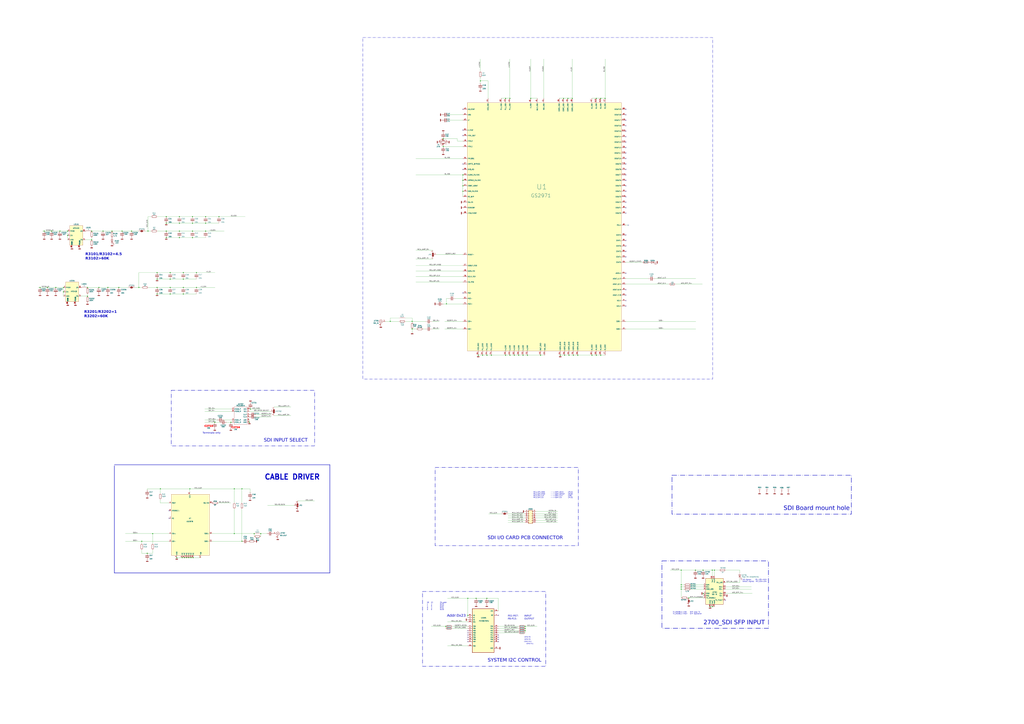
<source format=kicad_sch>
(kicad_sch (version 20230121) (generator eeschema)
  (paper "A0")
  (junction (at 280.924 628.904))
  (junction (at 197.612 341.63))
  (junction (at 64.77 334.01))
  (junction (at 692.404 412.75))
  (junction (at 238.76 268.478))
  (junction (at 592.074 412.75))
  (junction (at 130.048 268.478))
  (junction (at 272.034 620.014))
  (junction (at 78.486 273.558))
  (junction (at 790.956 662.432))
  (junction (at 597.154 412.75))
  (junction (at 687.324 412.75))
  (junction (at 78.486 268.478))
  (junction (at 69.596 268.478))
  (junction (at 280.924 567.944))
  (junction (at 289.56 490.601))
  (junction (at 182.372 341.63))
  (junction (at 220.472 567.944))
  (junction (at 193.04 276.098))
  (junction (at 670.814 412.75))
  (junction (at 208.28 251.714))
  (junction (at 197.612 324.358))
  (junction (at 697.484 412.75))
  (junction (at 829.564 662.432))
  (junction (at 565.404 412.75))
  (junction (at 659.384 114.3))
  (junction (at 552.831 695.198))
  (junction (at 161.2646 334.01))
  (junction (at 238.76 251.714))
  (junction (at 205.232 647.954))
  (junction (at 478.536 373.38))
  (junction (at 824.484 704.85))
  (junction (at 223.52 259.334))
  (junction (at 238.76 259.334))
  (junction (at 193.04 268.478))
  (junction (at 211.582 647.954))
  (junction (at 607.314 412.75))
  (junction (at 592.074 114.3))
  (junction (at 543.179 695.198))
  (junction (at 212.852 341.63))
  (junction (at 302.768 620.014))
  (junction (at 182.372 316.738))
  (junction (at 290.83 475.361))
  (junction (at 224.282 647.954))
  (junction (at 106.426 268.478))
  (junction (at 125.2474 334.01))
  (junction (at 295.148 620.014))
  (junction (at 114.808 334.01))
  (junction (at 197.612 316.738))
  (junction (at 816.356 662.432))
  (junction (at 221.742 647.954))
  (junction (at 272.034 567.944))
  (junction (at 170.942 642.874))
  (junction (at 514.604 170.18))
  (junction (at 660.654 412.75))
  (junction (at 665.734 412.75))
  (junction (at 453.136 373.38))
  (junction (at 650.494 412.75))
  (junction (at 223.52 268.478))
  (junction (at 627.634 412.75))
  (junction (at 254.254 251.714))
  (junction (at 586.994 114.3))
  (junction (at 537.464 222.25))
  (junction (at 208.28 268.478))
  (junction (at 106.426 278.638))
  (junction (at 790.956 684.53))
  (junction (at 186.182 567.944))
  (junction (at 816.864 689.61))
  (junction (at 55.118 334.01))
  (junction (at 214.122 647.954))
  (junction (at 827.024 662.432))
  (junction (at 171.831 268.478))
  (junction (at 197.612 334.01))
  (junction (at 208.28 276.098))
  (junction (at 790.956 679.45))
  (junction (at 557.784 93.98))
  (junction (at 602.234 412.75))
  (junction (at 697.484 114.3))
  (junction (at 555.244 412.75))
  (junction (at 101.6 334.01))
  (junction (at 517.525 727.71))
  (junction (at 51.308 268.478))
  (junction (at 249.428 490.601))
  (junction (at 609.854 730.25))
  (junction (at 137.9474 334.01))
  (junction (at 216.662 647.954))
  (junction (at 182.372 334.01))
  (junction (at 228.092 316.738))
  (junction (at 219.202 647.954))
  (junction (at 655.574 412.75))
  (junction (at 182.372 324.358))
  (junction (at 537.464 215.9))
  (junction (at 790.956 681.99))
  (junction (at 478.536 382.27))
  (junction (at 807.466 662.432))
  (junction (at 799.846 694.69))
  (junction (at 212.852 334.01))
  (junction (at 692.404 114.3))
  (junction (at 223.52 251.714))
  (junction (at 46.482 334.01))
  (junction (at 609.854 727.71))
  (junction (at 141.732 268.478))
  (junction (at 73.66 339.09))
  (junction (at 612.394 412.75))
  (junction (at 212.852 316.738))
  (junction (at 223.52 276.098))
  (junction (at 514.604 161.29))
  (junction (at 177.292 620.014))
  (junction (at 152.781 268.478))
  (junction (at 543.179 715.01))
  (junction (at 616.204 114.3))
  (junction (at 537.464 203.2))
  (junction (at 560.324 412.75))
  (junction (at 212.852 324.358))
  (junction (at 119.634 268.478))
  (junction (at 664.464 114.3))
  (junction (at 537.464 209.55))
  (junction (at 586.994 412.75))
  (junction (at 570.484 412.75))
  (junction (at 518.414 353.06))
  (junction (at 565.277 695.198))
  (junction (at 193.04 259.334))
  (junction (at 827.024 704.85))
  (junction (at 228.092 334.01))
  (junction (at 702.564 114.3))
  (junction (at 268.097 490.601))
  (junction (at 73.66 334.01))
  (junction (at 208.28 259.334))
  (junction (at 609.854 732.79))
  (junction (at 101.6 344.17))
  (junction (at 654.304 114.3))
  (junction (at 59.944 268.478))
  (junction (at 193.04 251.714))
  (junction (at 164.592 628.904))
  (no_connect (at 543.179 732.79))
  (no_connect (at 726.694 317.5))
  (no_connect (at 578.739 715.01))
  (no_connect (at 726.694 273.05))
  (no_connect (at 726.694 279.4))
  (no_connect (at 726.694 285.75))
  (no_connect (at 726.694 292.1))
  (no_connect (at 726.694 298.45))
  (no_connect (at 726.694 342.9))
  (no_connect (at 842.264 697.23))
  (no_connect (at 726.694 336.55))
  (no_connect (at 537.464 151.13))
  (no_connect (at 543.179 742.95))
  (no_connect (at 729.488 261.62))
  (no_connect (at 543.179 735.33))
  (no_connect (at 537.464 127))
  (no_connect (at 543.179 737.87))
  (no_connect (at 726.694 355.6))
  (no_connect (at 578.739 740.41))
  (no_connect (at 196.342 593.344))
  (no_connect (at 196.342 602.234))
  (no_connect (at 537.464 196.85))
  (no_connect (at 543.179 740.41))
  (no_connect (at 578.739 737.87))
  (no_connect (at 726.694 349.25))
  (no_connect (at 578.739 745.49))
  (no_connect (at 726.694 234.95))
  (no_connect (at 726.694 228.6))
  (no_connect (at 726.694 222.25))
  (no_connect (at 726.694 215.9))
  (no_connect (at 726.694 184.15))
  (no_connect (at 726.694 190.5))
  (no_connect (at 726.694 196.85))
  (no_connect (at 726.694 203.2))
  (no_connect (at 726.694 209.55))
  (no_connect (at 726.694 127))
  (no_connect (at 726.694 133.35))
  (no_connect (at 726.694 139.7))
  (no_connect (at 726.694 146.05))
  (no_connect (at 726.694 152.4))
  (no_connect (at 726.694 158.75))
  (no_connect (at 726.694 165.1))
  (no_connect (at 726.694 171.45))
  (no_connect (at 726.694 177.8))
  (no_connect (at 726.694 241.3))
  (no_connect (at 726.694 247.65))
  (no_connect (at 537.464 190.5))
  (no_connect (at 543.179 745.49))
  (no_connect (at 537.464 340.36))
  (no_connect (at 578.739 742.95))
  (no_connect (at 537.464 157.48))
  (wire (pts (xy 289.56 488.061) (xy 289.56 490.601)))
  (wire (pts (xy 223.52 251.714) (xy 238.76 251.714)))
  (wire (pts (xy 537.464 215.9) (xy 537.464 209.55)))
  (wire (pts (xy 760.349 323.85) (xy 807.974 323.85)))
  (wire (pts (xy 295.148 623.316) (xy 295.148 620.014)))
  (wire (pts (xy 589.788 604.52) (xy 609.6 604.52)))
  (wire (pts (xy 525.145 730.25) (xy 543.179 730.25)))
  (wire (pts (xy 164.592 628.904) (xy 164.592 631.444)))
  (wire (pts (xy 223.52 259.334) (xy 238.76 259.334)))
  (wire (pts (xy 272.034 620.014) (xy 295.148 620.014)))
  (wire (pts (xy 520.954 139.7) (xy 537.464 139.7)))
  (wire (pts (xy 237.744 490.601) (xy 249.428 490.601)))
  (wire (pts (xy 186.182 567.944) (xy 170.942 567.944)))
  (wire (pts (xy 170.942 567.944) (xy 170.942 569.214)))
  (wire (pts (xy 171.831 268.478) (xy 175.26 268.478)))
  (wire (pts (xy 212.852 341.63) (xy 197.612 341.63)))
  (wire (pts (xy 799.846 694.69) (xy 816.864 694.69)))
  (wire (pts (xy 238.76 268.478) (xy 260.35 268.478)))
  (wire (pts (xy 302.768 623.316) (xy 302.768 620.014)))
  (wire (pts (xy 130.048 268.478) (xy 141.732 268.478)))
  (wire (pts (xy 519.557 750.57) (xy 543.179 750.57)))
  (wire (pts (xy 49.276 268.478) (xy 51.308 268.478)))
  (wire (pts (xy 272.034 567.944) (xy 280.924 567.944)))
  (wire (pts (xy 365.252 582.041) (xy 345.44 582.041)))
  (wire (pts (xy 790.956 684.53) (xy 790.956 694.69)))
  (wire (pts (xy 816.864 689.61) (xy 816.864 692.15)))
  (wire (pts (xy 482.854 300.99) (xy 502.666 300.99)))
  (wire (pts (xy 182.372 316.738) (xy 197.612 316.738)))
  (wire (pts (xy 69.596 268.478) (xy 78.486 268.478)))
  (wire (pts (xy 807.466 662.432) (xy 816.356 662.432)))
  (wire (pts (xy 784.352 330.2) (xy 815.594 330.2)))
  (wire (pts (xy 101.6 334.01) (xy 114.808 334.01)))
  (wire (pts (xy 73.66 334.01) (xy 73.66 339.09)))
  (wire (pts (xy 152.781 268.478) (xy 141.732 268.478)))
  (wire (pts (xy 164.592 642.874) (xy 170.942 642.874)))
  (wire (pts (xy 164.592 639.064) (xy 164.592 642.874)))
  (wire (pts (xy 98.806 278.638) (xy 106.426 278.638)))
  (wire (pts (xy 794.512 679.45) (xy 790.956 679.45)))
  (wire (pts (xy 528.574 346.71) (xy 537.464 346.71)))
  (wire (pts (xy 182.88 251.714) (xy 193.04 251.714)))
  (wire (pts (xy 482.854 314.96) (xy 537.464 314.96)))
  (wire (pts (xy 177.292 620.014) (xy 196.342 620.014)))
  (wire (pts (xy 145.542 620.014) (xy 177.292 620.014)))
  (wire (pts (xy 794.512 681.99) (xy 790.956 681.99)))
  (wire (pts (xy 51.308 268.478) (xy 59.944 268.478)))
  (wire (pts (xy 816.864 684.53) (xy 802.132 684.53)))
  (wire (pts (xy 517.525 727.71) (xy 517.525 730.25)))
  (wire (pts (xy 478.536 382.27) (xy 478.536 386.08)))
  (wire (pts (xy 519.557 722.63) (xy 543.179 722.63)))
  (wire (pts (xy 177.292 620.014) (xy 177.292 631.444)))
  (wire (pts (xy 238.76 251.714) (xy 254.254 251.714)))
  (wire (pts (xy 555.244 412.75) (xy 560.324 412.75)))
  (wire (pts (xy 560.324 412.75) (xy 565.404 412.75)))
  (wire (pts (xy 565.404 412.75) (xy 570.484 412.75)))
  (wire (pts (xy 570.484 412.75) (xy 586.994 412.75)))
  (wire (pts (xy 602.234 412.75) (xy 607.314 412.75)))
  (wire (pts (xy 597.154 412.75) (xy 602.234 412.75)))
  (wire (pts (xy 607.314 412.75) (xy 612.394 412.75)))
  (wire (pts (xy 592.074 412.75) (xy 597.154 412.75)))
  (wire (pts (xy 586.994 412.75) (xy 592.074 412.75)))
  (wire (pts (xy 171.831 251.714) (xy 171.831 268.478)))
  (wire (pts (xy 208.28 268.478) (xy 193.04 268.478)))
  (wire (pts (xy 297.18 484.251) (xy 314.706 484.251)))
  (wire (pts (xy 543.179 695.198) (xy 543.179 715.01)))
  (wire (pts (xy 341.63 587.121) (xy 310.642 587.121)))
  (wire (pts (xy 537.464 209.55) (xy 537.464 203.2)))
  (wire (pts (xy 537.464 170.18) (xy 514.604 170.18)))
  (wire (pts (xy 514.604 170.18) (xy 514.604 168.91)))
  (wire (pts (xy 578.739 727.71) (xy 602.234 727.71)))
  (wire (pts (xy 827.024 704.85) (xy 824.484 704.85)))
  (wire (pts (xy 557.784 93.98) (xy 557.784 96.52)))
  (wire (pts (xy 557.784 90.17) (xy 557.784 93.98)))
  (wire (pts (xy 516.382 382.27) (xy 537.464 382.27)))
  (wire (pts (xy 193.04 259.334) (xy 208.28 259.334)))
  (wire (pts (xy 337.82 472.821) (xy 318.008 472.821)))
  (wire (pts (xy 842.264 689.61) (xy 873.506 689.61)))
  (wire (pts (xy 858.901 676.91) (xy 858.901 672.846)))
  (wire (pts (xy 197.612 334.01) (xy 212.852 334.01)))
  (wire (pts (xy 702.564 68.58) (xy 702.564 114.3)))
  (wire (pts (xy 482.854 290.83) (xy 502.666 290.83)))
  (wire (pts (xy 478.536 369.57) (xy 478.536 373.38)))
  (wire (pts (xy 470.916 369.57) (xy 478.536 369.57)))
  (wire (pts (xy 59.944 268.478) (xy 69.596 268.478)))
  (wire (pts (xy 726.694 304.8) (xy 746.125 304.8)))
  (wire (pts (xy 237.744 477.901) (xy 269.24 477.901)))
  (wire (pts (xy 790.956 684.53) (xy 790.956 681.99)))
  (wire (pts (xy 101.6 341.63) (xy 101.6 344.17)))
  (wire (pts (xy 78.486 268.478) (xy 78.486 273.558)))
  (wire (pts (xy 660.654 412.75) (xy 665.734 412.75)))
  (wire (pts (xy 655.574 412.75) (xy 660.654 412.75)))
  (wire (pts (xy 650.494 412.75) (xy 655.574 412.75)))
  (wire (pts (xy 687.324 412.75) (xy 692.404 412.75)))
  (wire (pts (xy 692.404 412.75) (xy 697.484 412.75)))
  (wire (pts (xy 665.734 412.75) (xy 670.814 412.75)))
  (wire (pts (xy 670.814 412.75) (xy 687.324 412.75)))
  (wire (pts (xy 697.484 412.75) (xy 702.564 412.75)))
  (wire (pts (xy 193.04 268.478) (xy 182.88 268.478)))
  (wire (pts (xy 565.277 695.198) (xy 578.739 695.198)))
  (wire (pts (xy 186.182 584.454) (xy 186.182 580.644)))
  (wire (pts (xy 196.342 584.454) (xy 186.182 584.454)))
  (wire (pts (xy 172.212 334.01) (xy 182.372 334.01)))
  (wire (pts (xy 254.254 251.714) (xy 284.734 251.714)))
  (wire (pts (xy 220.472 567.944) (xy 272.034 567.944)))
  (wire (pts (xy 589.788 596.9) (xy 609.6 596.9)))
  (wire (pts (xy 790.956 662.432) (xy 807.466 662.432)))
  (wire (pts (xy 238.76 276.098) (xy 223.52 276.098)))
  (wire (pts (xy 622.3 594.36) (xy 647.7 594.36)))
  (polyline (pts (xy 132.842 541.274) (xy 132.842 665.734)) (stroke (width 0.5)))
  (polyline (pts (xy 132.842 665.734) (xy 383.032 665.734)) (stroke (width 0.5)))
  (polyline (pts (xy 383.032 665.734) (xy 383.032 540.004)) (stroke (width 0.5)))
  (polyline (pts (xy 383.032 540.004) (xy 132.842 540.004)) (stroke (width 0.5)))
  (wire (pts (xy 827.024 662.432) (xy 827.024 669.29)))
  (wire (pts (xy 238.76 259.334) (xy 254.254 259.334)))
  (wire (pts (xy 622.3 607.06) (xy 647.7 607.06)))
  (wire (pts (xy 263.144 490.601) (xy 268.097 490.601)))
  (wire (pts (xy 816.864 679.45) (xy 802.132 679.45)))
  (wire (pts (xy 106.426 268.478) (xy 119.634 268.478)))
  (wire (pts (xy 272.034 591.566) (xy 272.034 620.014)))
  (wire (pts (xy 223.52 276.098) (xy 208.28 276.098)))
  (wire (pts (xy 842.264 684.53) (xy 872.49 684.53)))
  (wire (pts (xy 463.296 369.57) (xy 453.136 369.57)))
  (wire (pts (xy 453.136 369.57) (xy 453.136 373.38)))
  (wire (pts (xy 175.26 251.714) (xy 171.831 251.714)))
  (wire (pts (xy 212.852 334.01) (xy 228.092 334.01)))
  (wire (pts (xy 687.324 114.3) (xy 692.404 114.3)))
  (wire (pts (xy 697.484 114.3) (xy 702.564 114.3)))
  (wire (pts (xy 692.404 114.3) (xy 697.484 114.3)))
  (wire (pts (xy 829.564 662.432) (xy 827.024 662.432)))
  (wire (pts (xy 268.097 490.601) (xy 269.24 490.601)))
  (wire (pts (xy 537.464 222.25) (xy 537.464 215.9)))
  (wire (pts (xy 557.784 68.58) (xy 557.784 82.55)))
  (wire (pts (xy 790.956 681.99) (xy 790.956 679.45)))
  (wire (pts (xy 93.98 344.17) (xy 101.6 344.17)))
  (wire (pts (xy 622.3 601.98) (xy 647.7 601.98)))
  (wire (pts (xy 228.092 324.358) (xy 212.852 324.358)))
  (wire (pts (xy 453.136 373.38) (xy 463.296 373.38)))
  (wire (pts (xy 447.294 373.38) (xy 453.136 373.38)))
  (wire (pts (xy 586.994 114.3) (xy 592.074 114.3)))
  (wire (pts (xy 581.914 114.3) (xy 586.994 114.3)))
  (wire (pts (xy 302.768 620.014) (xy 309.88 620.014)))
  (wire (pts (xy 649.224 114.3) (xy 654.304 114.3)))
  (wire (pts (xy 654.304 114.3) (xy 659.384 114.3)))
  (wire (pts (xy 659.384 114.3) (xy 664.464 114.3)))
  (wire (pts (xy 514.604 353.06) (xy 518.414 353.06)))
  (wire (pts (xy 518.414 353.06) (xy 537.464 353.06)))
  (wire (pts (xy 280.924 567.944) (xy 280.924 583.946)))
  (wire (pts (xy 224.282 647.954) (xy 233.172 647.954)))
  (wire (pts (xy 214.122 647.954) (xy 216.662 647.954)))
  (wire (pts (xy 216.662 647.954) (xy 219.202 647.954)))
  (wire (pts (xy 221.742 647.954) (xy 224.282 647.954)))
  (wire (pts (xy 211.582 647.954) (xy 214.122 647.954)))
  (wire (pts (xy 219.202 647.954) (xy 221.742 647.954)))
  (wire (pts (xy 205.232 647.954) (xy 211.582 647.954)))
  (wire (pts (xy 164.592 334.01) (xy 161.2646 334.01)))
  (wire (pts (xy 525.145 727.71) (xy 543.179 727.71)))
  (wire (pts (xy 829.564 669.29) (xy 829.564 662.432)))
  (wire (pts (xy 208.28 259.334) (xy 223.52 259.334)))
  (wire (pts (xy 245.872 628.904) (xy 280.924 628.904)))
  (wire (pts (xy 726.694 261.62) (xy 729.488 261.62)))
  (wire (pts (xy 145.542 628.904) (xy 164.592 628.904)))
  (wire (pts (xy 164.592 628.904) (xy 196.342 628.904)))
  (wire (pts (xy 237.744 488.061) (xy 252.222 488.061)))
  (wire (pts (xy 478.536 373.38) (xy 478.536 374.65)))
  (wire (pts (xy 289.56 477.901) (xy 314.198 477.901)))
  (wire (pts (xy 337.82 482.981) (xy 318.008 482.981)))
  (wire (pts (xy 501.65 373.38) (xy 510.032 373.38)))
  (wire (pts (xy 726.694 323.85) (xy 752.729 323.85)))
  (wire (pts (xy 726.694 373.38) (xy 807.974 373.38)))
  (wire (pts (xy 482.854 327.66) (xy 537.464 327.66)))
  (wire (pts (xy 297.18 481.711) (xy 314.706 481.711)))
  (wire (pts (xy 519.557 695.198) (xy 543.179 695.198)))
  (wire (pts (xy 578.739 735.33) (xy 602.234 735.33)))
  (wire (pts (xy 249.428 490.601) (xy 255.524 490.601)))
  (wire (pts (xy 578.739 732.79) (xy 602.234 732.79)))
  (wire (pts (xy 518.414 346.71) (xy 518.414 353.06)))
  (wire (pts (xy 520.954 346.71) (xy 518.414 346.71)))
  (wire (pts (xy 125.2474 334.01) (xy 137.9474 334.01)))
  (wire (pts (xy 726.694 330.2) (xy 776.732 330.2)))
  (wire (pts (xy 482.854 321.31) (xy 537.464 321.31)))
  (wire (pts (xy 589.788 607.06) (xy 609.6 607.06)))
  (wire (pts (xy 578.739 695.198) (xy 578.739 709.93)))
  (wire (pts (xy 790.956 679.45) (xy 790.956 662.432)))
  (wire (pts (xy 592.074 68.58) (xy 592.074 114.3)))
  (wire (pts (xy 177.292 642.874) (xy 170.942 642.874)))
  (wire (pts (xy 177.292 639.064) (xy 177.292 642.874)))
  (wire (pts (xy 289.56 475.361) (xy 290.83 475.361)))
  (wire (pts (xy 290.83 475.361) (xy 302.514 475.361)))
  (wire (pts (xy 212.852 324.358) (xy 197.612 324.358)))
  (wire (pts (xy 78.486 273.558) (xy 78.486 278.638)))
  (wire (pts (xy 842.264 681.99) (xy 872.49 681.99)))
  (wire (pts (xy 46.482 334.01) (xy 55.118 334.01)))
  (wire (pts (xy 816.864 681.99) (xy 802.132 681.99)))
  (wire (pts (xy 208.28 251.714) (xy 223.52 251.714)))
  (wire (pts (xy 664.464 68.58) (xy 664.464 114.3)))
  (wire (pts (xy 567.436 596.9) (xy 582.168 596.9)))
  (wire (pts (xy 794.512 684.53) (xy 790.956 684.53)))
  (wire (pts (xy 64.77 334.01) (xy 73.66 334.01)))
  (wire (pts (xy 816.356 662.432) (xy 827.024 662.432)))
  (wire (pts (xy 482.854 308.61) (xy 537.464 308.61)))
  (wire (pts (xy 589.788 599.44) (xy 609.6 599.44)))
  (wire (pts (xy 161.2646 316.738) (xy 161.2646 334.01)))
  (wire (pts (xy 114.808 334.01) (xy 125.2474 334.01)))
  (wire (pts (xy 220.472 571.754) (xy 220.472 567.944)))
  (wire (pts (xy 220.472 567.944) (xy 186.182 567.944)))
  (wire (pts (xy 186.182 567.944) (xy 186.182 573.024)))
  (wire (pts (xy 228.092 316.738) (xy 249.682 316.738)))
  (wire (pts (xy 208.28 276.098) (xy 193.04 276.098)))
  (wire (pts (xy 537.464 228.6) (xy 537.464 222.25)))
  (wire (pts (xy 589.788 601.98) (xy 609.6 601.98)))
  (wire (pts (xy 506.476 295.91) (xy 537.464 295.91)))
  (wire (pts (xy 245.872 620.014) (xy 272.034 620.014)))
  (wire (pts (xy 152.781 268.478) (xy 160.782 268.478)))
  (wire (pts (xy 290.322 567.944) (xy 290.322 572.008)))
  (wire (pts (xy 516.382 373.38) (xy 537.464 373.38)))
  (wire (pts (xy 578.739 730.25) (xy 602.234 730.25)))
  (wire (pts (xy 500.761 727.71) (xy 517.525 727.71)))
  (wire (pts (xy 609.854 727.71) (xy 623.697 727.71)))
  (wire (pts (xy 482.854 184.15) (xy 537.464 184.15)))
  (wire (pts (xy 858.901 662.432) (xy 858.901 665.226)))
  (wire (pts (xy 609.854 727.71) (xy 609.854 730.25)))
  (wire (pts (xy 238.76 268.478) (xy 223.52 268.478)))
  (wire (pts (xy 156.5402 334.01) (xy 161.2646 334.01)))
  (wire (pts (xy 609.854 732.79) (xy 609.854 735.33)))
  (wire (pts (xy 798.576 694.69) (xy 799.846 694.69)))
  (wire (pts (xy 531.114 163.83) (xy 531.114 161.29)))
  (wire (pts (xy 531.114 161.29) (xy 514.604 161.29)))
  (wire (pts (xy 537.464 163.83) (xy 531.114 163.83)))
  (wire (pts (xy 223.52 268.478) (xy 208.28 268.478)))
  (wire (pts (xy 790.956 662.432) (xy 778.256 662.432)))
  (wire (pts (xy 137.9474 334.01) (xy 148.9202 334.01)))
  (wire (pts (xy 842.264 676.91) (xy 858.901 676.91)))
  (wire (pts (xy 829.564 704.85) (xy 827.024 704.85)))
  (wire (pts (xy 543.179 695.198) (xy 552.831 695.198)))
  (wire (pts (xy 55.118 334.01) (xy 64.77 334.01)))
  (wire (pts (xy 622.3 596.9) (xy 647.7 596.9)))
  (wire (pts (xy 272.034 567.944) (xy 272.034 583.946)))
  (wire (pts (xy 616.204 114.3) (xy 623.824 114.3)))
  (wire (pts (xy 44.45 334.01) (xy 46.482 334.01)))
  (wire (pts (xy 197.612 341.63) (xy 182.372 341.63)))
  (wire (pts (xy 501.65 382.27) (xy 510.032 382.27)))
  (wire (pts (xy 609.854 730.25) (xy 609.854 732.79)))
  (wire (pts (xy 212.852 316.738) (xy 228.092 316.738)))
  (wire (pts (xy 557.784 93.98) (xy 566.674 93.98)))
  (wire (pts (xy 566.674 93.98) (xy 566.674 114.3)))
  (wire (pts (xy 253.492 584.454) (xy 267.97 584.454)))
  (wire (pts (xy 259.842 488.061) (xy 269.24 488.061)))
  (wire (pts (xy 491.236 382.27) (xy 494.03 382.27)))
  (wire (pts (xy 842.772 662.432) (xy 858.901 662.432)))
  (wire (pts (xy 622.3 604.52) (xy 647.7 604.52)))
  (wire (pts (xy 835.152 662.432) (xy 829.564 662.432)))
  (wire (pts (xy 726.694 382.27) (xy 807.974 382.27)))
  (wire (pts (xy 161.2646 316.738) (xy 182.372 316.738)))
  (wire (pts (xy 520.954 133.35) (xy 537.464 133.35)))
  (wire (pts (xy 482.854 203.2) (xy 537.464 203.2)))
  (wire (pts (xy 478.536 382.27) (xy 483.616 382.27)))
  (wire (pts (xy 168.402 268.478) (xy 171.831 268.478)))
  (wire (pts (xy 197.612 316.738) (xy 212.852 316.738)))
  (wire (pts (xy 228.092 334.01) (xy 249.682 334.01)))
  (wire (pts (xy 197.612 324.358) (xy 182.372 324.358)))
  (wire (pts (xy 73.66 339.09) (xy 73.66 344.17)))
  (wire (pts (xy 228.092 341.63) (xy 212.852 341.63)))
  (wire (pts (xy 612.394 412.75) (xy 627.634 412.75)))
  (wire (pts (xy 627.634 412.75) (xy 632.714 412.75)))
  (wire (pts (xy 478.536 373.38) (xy 494.03 373.38)))
  (wire (pts (xy 470.916 373.38) (xy 478.536 373.38)))
  (wire (pts (xy 631.444 68.58) (xy 631.444 114.3)))
  (wire (pts (xy 616.204 68.58) (xy 616.204 114.3)))
  (wire (pts (xy 280.924 567.944) (xy 290.322 567.944)))
  (wire (pts (xy 552.831 695.198) (xy 565.277 695.198)))
  (wire (pts (xy 182.372 334.01) (xy 197.612 334.01)))
  (wire (pts (xy 622.3 599.44) (xy 647.7 599.44)))
  (wire (pts (xy 119.634 268.478) (xy 130.048 268.478)))
  (wire (pts (xy 280.924 591.566) (xy 280.924 628.904)))
  (wire (pts (xy 193.04 251.714) (xy 208.28 251.714)))
  (wire (pts (xy 543.179 715.01) (xy 543.179 717.55)))
  (wire (pts (xy 106.426 276.098) (xy 106.426 278.638)))
  (wire (pts (xy 237.744 475.361) (xy 269.24 475.361)))
  (rectangle (start 780.288 552.196) (end 988.568 597.408) (stroke (width 0.5) (type dash_dot)))
  (rectangle (start 490.601 687.324) (end 633.603 774.192) (stroke (width 0.4) (type dash_dot)))
  (rectangle (start 768.604 651.764) (end 892.302 729.996) (stroke (width 0.5) (type dash_dot)))
  (rectangle (start 505.206 543.052) (end 671.576 633.984) (stroke (width 0.4) (type dash_dot)))
  (rectangle (start 198.882 453.517) (end 365.252 518.033) (stroke (width 0.4) (type dash_dot)))
  (rectangle (start 421.386 43.561) (end 827.405 440.563) (stroke (width 0.3) (type dash_dot)))
  (text "MCU_SPI_MOSI	-->	GSPI_SDIN	(P12)\nMCU_SPI_MISO	-->	GSPI_SDOUT	(P10)\nMCU_SPI_CLK		-->	GSPI_CLK	(P9)\nMCU_SPI_CS		-->	GSPI_CS		(P13)" (at 619.252 578.866 0) (effects (font (size 1.27 1.27)) (justify left bottom)))
  (text "R3101/R3102=4.5\nR3102>60K" (at 99.187 303.022 0) (effects (font (size 3 3) (thickness 0.4) bold) (justify left bottom)))
  (text "SYSTEM I2C CONTROL" (at 566.293 770.636 0) (effects (font (size 4 4) italic) (justify left bottom)))
  (text "P01-P07:		INPUT\nP8-P15:		OUTPUT" (at 589.661 720.852 0) (effects (font (size 2 2)) (justify left bottom)))
  (text "GPIO P10" (at 608.6602 746.7854 0) (effects (font (size 1.27 1.27)) (justify left bottom)))
  (text "SDI INPUT SELECT" (at 306.324 514.985 0) (effects (font (size 4 4) italic) (justify left bottom)))
  (text "A0	A1		i2c_addr\n1	1		0x23\n1	0		0x22\n0	1		0x21\n0	0		0x20" (at 495.681 709.041 0) (effects (font (size 1.27 1.27)) (justify left bottom)))
  (text "NO signal:	RX_LOS=HIGH\nDetect signal:  RX_LOS=LOW" (at 862.203 676.402 0) (effects (font (size 1.27 1.27)) (justify left bottom)))
  (text "TX_DISABLE=LOW	SFP stop TX\nTX_DISABLE=HIGH	SFP Operation" (at 781.05 713.994 0) (effects (font (size 1.27 1.27)) (justify left bottom)))
  (text "GPIO P9" (at 608.838 744.093 0) (effects (font (size 1.27 1.27)) (justify left bottom)))
  (text "R3201/R3202=1\nR3202>60K" (at 97.79 370.078 0) (effects (font (size 3 3) (thickness 0.4) bold) (justify left bottom)))
  (text "SDI I/O CARD PCB CONNECTOR" (at 566.166 628.396 0) (effects (font (size 4 4) italic) (justify left bottom)))
  (text "CABLE DRIVER" (at 306.832 557.784 0) (effects (font (size 6 6) (thickness 1.2) bold) (justify left bottom)))
  (text "Addr:0x23" (at 519.049 718.058 0) (effects (font (size 3 3)) (justify left bottom)))
  (text "Terminate only" (at 235.331 504.825 0) (effects (font (size 2 2)) (justify left bottom)))
  (text "GPIO P8" (at 608.838 741.5022 0) (effects (font (size 1.27 1.27)) (justify left bottom)))
  (text "2700_SDI SFP INPUT" (at 816.864 727.71 0) (effects (font (size 5 5) italic) (justify left bottom)))
  (text "SDI Board mount hole" (at 909.828 594.868 0) (effects (font (size 5 5) italic) (justify left bottom)))
  (text "GPIO P11" (at 611.124 749.1984 0) (effects (font (size 1.27 1.27)) (justify left bottom)))
  (label "VCC_3.3V" (at 502.92 727.71 0))
  (label "SDI_INPUT_SELECT" (at 585.597 735.33 0))
  (label "VCC_3.3V" (at 225.552 567.944 0))
  (label "AES_SFP_TX+" (at 850.138 689.61 0))
  (label "SDI_IN+" (at 502.666 373.38 0))
  (label "SFP_TX_DISABLE" (at 801.116 694.69 0))
  (label "IO_VDD" (at 702.564 83.82 90))
  (label "+1.2V" (at 664.464 83.82 90))
  (label "GS2971_IN-" (at 518.922 382.27 0))
  (label "SD_HD_SLEW" (at 585.597 727.71 0))
  (label "MCU_UART_RX" (at 484.632 290.83 0))
  (label "GS2971_RST" (at 585.597 732.79 0))
  (label "MCU_UART_TX" (at 594.36 607.06 0))
  (label "VCC_3.3V" (at 363.474 582.041 180))
  (label "SFP_TX_DISABLE" (at 585.597 730.25 0))
  (label "VCC_3.3V" (at 568.452 596.9 0))
  (label "MCU_SPI_MOSI" (at 645.922 599.44 180))
  (label "MCU_I2C_SCL" (at 594.36 599.44 0))
  (label "GS2971_IN+" (at 303.53 481.711 0))
  (label "+1.2VA" (at 592.074 78.74 90))
  (label "VCC5V_IN" (at 645.922 594.36 180))
  (label "AES_SFP_TX+" (at 790.575 330.2 0))
  (label "MCU_SPI_CLK" (at 645.922 604.52 180))
  (label "SD_HD_SLEW" (at 254.254 584.454 0))
  (label "GS2971_STAT5" (at 730.758 304.8 0))
  (label "GS2971_IN+" (at 518.922 373.38 0))
  (label "SDO+" (at 154.432 620.014 0))
  (label "SDI_IN-" (at 502.666 382.27 0))
  (label "+1.2V" (at 244.856 316.738 180))
  (label "AOUT_1{slash}2" (at 763.524 323.85 0))
  (label "SDI_INPUT_SELECT" (at 294.894 477.901 0))
  (label "SFP_RD+" (at 242.062 488.061 0))
  (label "SDO-" (at 154.432 628.904 0))
  (label "+3.3VA" (at 631.444 83.82 90))
  (label "MCU_SPI_CS" (at 498.348 327.66 0))
  (label "SFP_RX_LOSS" (at 527.939 730.25 0))
  (label "MCU_SPI_MOSI" (at 498.348 314.96 0))
  (label "GS2971_RST" (at 517.144 295.91 0))
  (label "VCC5V_IN" (at 48.26 334.01 0))
  (label "AOUT_3{slash}4" (at 763.524 330.2 0))
  (label "SD_HD_SLEW" (at 330.962 587.121 180))
  (label "VCC_3.3V" (at 171.831 264.033 90))
  (label "+1.2VA" (at 557.784 78.74 90))
  (label "VCC_3.3V" (at 523.875 695.198 0))
  (label "SDI_IN+" (at 242.062 475.361 0))
  (label "SDI_IN-" (at 242.062 477.901 0))
  (label "MCU_I2C_SDA" (at 594.36 601.98 0))
  (label "SFP_RX_LOSS" (at 843.407 676.91 0))
  (label "VCC_3.3V" (at 612.013 727.71 0))
  (label "MCU_SPI_CLK" (at 498.348 321.31 0))
  (label "MCU_SPI_MISO" (at 645.922 601.98 180))
  (label "SDO-" (at 764.794 373.38 0))
  (label "+3.3VA" (at 250.19 268.478 180))
  (label "SFP_RD-" (at 850.138 684.53 0))
  (label "MCU_UART_TX" (at 336.042 472.821 180))
  (label "SDO+" (at 764.794 382.27 0))
  (label "SFP_RD+" (at 850.138 681.99 0))
  (label "AOUT_1{slash}2" (at 645.922 596.9 180))
  (label "SFP_RD-" (at 242.062 490.601 0))
  (label "MCU_SPI_CS" (at 645.922 607.06 180))
  (label "MCU_I2C_SCL" (at 523.875 722.63 0))
  (label "IO_VDD" (at 274.574 251.714 180))
  (label "MCU_UART_RX" (at 594.36 604.52 0))
  (label "VCC_3.3V" (at 779.78 662.432 0))
  (label "IO_VDD" (at 515.874 203.2 0))
  (label "MCU_UART_RX" (at 336.042 482.981 180))
  (label "MCU_3V3_OUT" (at 594.36 596.9 0))
  (label "+1.2VA" (at 239.522 334.01 180))
  (label "+3.3VA" (at 616.204 83.82 90))
  (label "GS2971_STAT5" (at 527.939 727.71 0))
  (label "GS2971_IN-" (at 303.53 484.251 0))
  (label "MCU_UART_TX" (at 484.632 300.99 0))
  (label "MCU_I2C_SDA" (at 523.875 750.57 0))
  (label "IO_VDD" (at 515.874 184.15 0))
  (label "VCC_3.3V" (at 292.862 475.361 0))
  (label "MCU_SPI_MISO" (at 498.348 308.61 0))
  (label "VCC5V_IN" (at 53.086 268.478 0))
  (symbol (lib_id "Device:C") (at 141.732 272.288 0) (unit 1)
    (property "Reference" "C3105" (at 142.748 270.256 0) (effects (justify left)))
    (property "Value" "10n" (at 144.399 272.161 0) (effects (justify left)))
    (property "Footprint" "Capacitor_SMD:C_0805_2012Metric" (effects hide))
  )
  (symbol (lib_id "Device:C") (at 259.334 490.601 90) (unit 1)
    (property "Reference" "C2722" (at 259.334 494.157 90))
    (property "Value" "106" (at 259.08 495.808 90))
    (property "Footprint" "Capacitor_SMD:C_0603_1608Metric" (effects hide))
  )
  (symbol (lib_id "Device:R") (at 280.924 587.756 0) (unit 1)
    (property "Reference" "R43" (at 284.734 585.216 0))
    (property "Value" "75R" (at 284.734 587.756 0))
    (property "Footprint" "Resistor_SMD:R_0603_1608Metric" (effects hide))
  )
  (symbol (lib_id "Device:C") (at 293.37 481.711 90) (unit 1)
    (property "Reference" "C2711" (at 297.942 480.441 90))
    (property "Value" "106" (effects hide))
    (property "Footprint" "Capacitor_SMD:C_0603_1608Metric" (effects hide))
  )
  (symbol (lib_id "power:GNDD") (at 881.888 572.008 0) (unit 1)
    (property "Reference" "#PWR018" (effects hide))
    (property "Value" "GNDD" (effects hide))
  )
  (symbol (lib_id "Device:C") (at 193.04 272.288 0) (unit 1)
    (property "Reference" "C10" (at 195.58 271.018 0) (effects (justify left)))
    (property "Value" "105" (at 195.58 274.828 0) (effects (justify left)))
    (property "Footprint" "Capacitor_SMD:C_0603_1608Metric" (effects hide))
  )
  (symbol (lib_id "Device:R") (at 798.322 684.53 90) (unit 1)
    (property "Reference" "R2703" (at 807.974 683.514 90) (effects (justify left)))
    (property "Value" "4.7K" (at 800.354 687.07 90) (effects (justify left)))
    (property "Footprint" "Resistor_SMD:R_0805_2012Metric" (effects hide))
    (property "Sim.Enable" "0" (effects hide))
  )
  (symbol (lib_id "Device:C") (at 514.604 157.48 180) (unit 1)
    (property "Reference" "C43" (at 518.922 156.21 0))
    (property "Value" "16p" (at 518.922 157.988 0))
    (property "Footprint" "Capacitor_SMD:C_0603_1608Metric" (effects hide))
  )
  (symbol (lib_id "Device:C") (at 125.2474 337.82 0) (unit 1)
    (property "Reference" "C3205" (at 127.7874 336.55 0) (effects (justify left)))
    (property "Value" "10n" (at 127.7874 340.36 0) (effects (justify left)))
    (property "Footprint" "Capacitor_SMD:C_0805_2012Metric" (effects hide))
  )
  (symbol (lib_id "Parts_KiCad7:AP2420_20230801EV") (at 76.2 328.93 0) (unit 1)
    (property "Reference" "U3201" (at 83.82 326.255 0))
    (property "Value" "AP2420" (at 85.852 338.582 0))
    (property "Footprint" "Parts_Kicad7:MSOP-10-1EP_3x3mm_P0.5mm_EP1.73x2.40mm_20230801EV" (effects hide))
  )
  (symbol (lib_id "Device:C") (at 268.097 494.411 180) (unit 1)
    (property "Reference" "C2724" (at 273.685 496.57 0) (effects (font (size 2 2) bold)))
    (property "Value" "106" (at 273.304 498.856 0))
    (property "Footprint" "Capacitor_SMD:C_0603_1608Metric" (effects hide))
  )
  (symbol (lib_id "Device:C") (at 524.764 346.71 90) (unit 1)
    (property "Reference" "C100" (at 524.764 341.122 90))
    (property "Value" "474" (at 524.764 343.408 90))
    (property "Footprint" "Capacitor_SMD:C_0603_1608Metric" (effects hide))
  )
  (symbol (lib_id "Device:C") (at 557.784 100.33 0) (unit 1)
    (property "Reference" "C18" (at 560.324 99.06 0) (effects (justify left)))
    (property "Value" "226" (at 560.324 102.87 0) (effects (justify left)))
    (property "Footprint" "Capacitor_SMD:C_0603_1608Metric" (effects hide))
  )
  (symbol (lib_id "Device:R") (at 101.6 337.82 0) (unit 1)
    (property "Reference" "R3201" (at 103.378 336.796 0) (effects (justify left)))
    (property "Value" "100K" (at 103.378 338.844 0) (effects (justify left)))
    (property "Footprint" "Resistor_SMD:R_0805_2012Metric" (effects hide))
  )
  (symbol (lib_id "Device:R") (at 798.322 681.99 90) (unit 1)
    (property "Reference" "R2702" (at 807.974 680.974 90) (effects (justify left)))
    (property "Value" "4.7K" (effects hide))
    (property "Footprint" "Resistor_SMD:R_0805_2012Metric" (effects hide))
    (property "Sim.Enable" "0" (effects hide))
  )
  (symbol (lib_id "Device:C") (at 170.942 573.024 0) (unit 1)
    (property "Reference" "C47" (at 173.482 571.754 0) (effects (justify left)))
    (property "Value" "10n" (at 173.482 575.564 0) (effects (justify left)))
    (property "Footprint" "Capacitor_SMD:C_0603_1608Metric" (effects hide))
  )
  (symbol (lib_id "power:GNDD") (at 345.44 592.201 0) (unit 1)
    (property "Reference" "#PWR033" (effects hide))
    (property "Value" "GNDD" (effects hide))
  )
  (symbol (lib_id "Device:C") (at 182.372 337.82 0) (unit 1)
    (property "Reference" "C26" (at 184.912 336.55 0) (effects (justify left)))
    (property "Value" "105" (at 184.912 340.36 0) (effects (justify left)))
    (property "Footprint" "Capacitor_SMD:C_0603_1608Metric" (effects hide))
  )
  (symbol (lib_id "Device:C") (at 552.831 699.008 0) (unit 1)
    (property "Reference" "C3301" (at 557.911 698.246 0))
    (property "Value" "104" (at 557.911 700.024 0))
    (property "Footprint" "Capacitor_SMD:C_0805_2012Metric" (effects hide))
    (property "Sim.Enable" "0" (effects hide))
  )
  (symbol (lib_id "power:GNDD") (at 289.56 490.601 0) (unit 1)
    (property "Reference" "#PWR029" (effects hide))
    (property "Value" "GNDD" (effects hide))
  )
  (symbol (lib_id "Device:C") (at 256.032 488.061 90) (unit 1)
    (property "Reference" "C2721" (at 255.905 483.108 90))
    (property "Value" "106" (at 255.778 484.886 90))
    (property "Footprint" "Capacitor_SMD:C_0603_1608Metric" (effects hide))
  )
  (symbol (lib_id "Device:C") (at 807.466 666.242 0) (unit 1)
    (property "Reference" "C2701" (at 809.244 664.464 0) (effects (justify left)))
    (property "Value" "106" (at 810.006 666.75 0) (effects (justify left)))
    (property "Footprint" "Capacitor_SMD:C_0805_2012Metric" (effects hide))
    (property "Sim.Enable" "0" (effects hide))
  )
  (symbol (lib_id "Device:C") (at 152.781 272.288 0) (unit 1)
    (property "Reference" "C3106" (at 153.797 270.256 0) (effects (justify left)))
    (property "Value" "105" (at 155.321 272.288 0) (effects (justify left)))
    (property "Footprint" "Capacitor_SMD:C_0805_2012Metric" (effects hide))
  )
  (symbol (lib_id "Device:R") (at 557.784 86.36 180) (unit 1)
    (property "Reference" "R7" (at 561.594 85.09 0))
    (property "Value" "105R" (at 561.594 87.63 0))
    (property "Footprint" "Resistor_SMD:R_0603_1608Metric" (effects hide))
  )
  (symbol (lib_id "Device:R") (at 179.07 251.714 270) (unit 1)
    (property "Reference" "R11" (at 179.07 247.65 90))
    (property "Value" "0R" (at 179.07 249.428 90))
    (property "Footprint" "Resistor_SMD:R_0603_1608Metric" (effects hide))
  )
  (symbol (lib_id "power:GNDD") (at 842.264 692.15 90) (unit 1)
    (property "Reference" "#PWR038" (effects hide))
    (property "Value" "GNDD" (effects hide))
  )
  (symbol (lib_id "power:GNDD") (at 55.118 341.63 0) (unit 1)
    (property "Reference" "#PWR011" (effects hide))
    (property "Value" "GNDD" (effects hide))
  )
  (symbol (lib_id "power:GNDD") (at 106.426 286.258 0) (unit 1)
    (property "Reference" "#PWR04" (effects hide))
    (property "Value" "GNDD" (effects hide))
  )
  (symbol (lib_id "power:GNDD") (at 182.372 324.358 0) (unit 1)
    (property "Reference" "#PWR0137" (effects hide))
    (property "Value" "GNDD" (effects hide))
  )
  (symbol (lib_id "power:GNDD") (at 915.416 572.135 0) (unit 1)
    (property "Reference" "#PWR022" (effects hide))
    (property "Value" "GNDD" (effects hide))
  )
  (symbol (lib_id "Device:C") (at 514.604 173.99 180) (unit 1)
    (property "Reference" "C44" (at 519.43 172.974 0))
    (property "Value" "16p" (at 519.43 174.752 0))
    (property "Footprint" "Capacitor_SMD:C_0603_1608Metric" (effects hide))
  )
  (symbol (lib_id "Connector_Generic:Conn_02x06_Odd_Even") (at 614.68 599.44 0) (unit 1)
    (property "Reference" "J3001" (at 615.95 591.558 0))
    (property "Value" "Conn_02x06_Odd_Even" (effects hide))
    (property "Footprint" "Parts_Kicad7:PinHeader_2x06_P2.54mm_Vertical" (effects hide))
    (property "Sim.Enable" "0" (effects hide))
  )
  (symbol (lib_id "Device:R") (at 101.6 347.98 0) (unit 1)
    (property "Reference" "R3202" (at 103.378 346.956 0) (effects (justify left)))
    (property "Value" "100K" (at 103.378 349.004 0) (effects (justify left)))
    (property "Footprint" "Resistor_SMD:R_0805_2012Metric" (effects hide))
  )
  (symbol (lib_id "Device:Crystal_GND24") (at 514.604 165.1 90) (unit 1)
    (property "Reference" "Y1" (at 509.016 168.148 90))
    (property "Value" "27M" (at 509.016 170.434 90))
    (property "Footprint" "Crystal:Crystal_SMD_3225-4Pin_3.2x2.5mm" (effects hide))
  )
  (symbol (lib_id "power:GNDD") (at 83.566 287.528 0) (unit 1)
    (property "Reference" "#PWR02" (effects hide))
    (property "Value" "GNDD" (effects hide))
  )
  (symbol (lib_id "Device:C") (at 170.942 646.684 0) (unit 1)
    (property "Reference" "C57" (at 173.482 645.414 0) (effects (justify left)))
    (property "Value" "10n" (at 173.482 649.224 0) (effects (justify left)))
    (property "Footprint" "Capacitor_SMD:C_0603_1608Metric" (effects hide))
  )
  (symbol (lib_id "Device:C") (at 238.76 255.524 0) (unit 1)
    (property "Reference" "C34" (at 241.3 254.254 0) (effects (justify left)))
    (property "Value" "10n" (at 241.3 258.064 0) (effects (justify left)))
    (property "Footprint" "Capacitor_SMD:C_0603_1608Metric" (effects hide))
  )
  (symbol (lib_id "Device:R") (at 521.335 730.25 90) (unit 1)
    (property "Reference" "R3312" (at 523.875 730.25 90) (effects (font (size 1 1)) (justify left)))
    (property "Value" "100K" (effects hide))
    (property "Footprint" "Resistor_SMD:R_0805_2012Metric" (effects hide))
    (property "Sim.Enable" "0" (effects hide))
  )
  (symbol (lib_id "Device:C") (at 756.539 323.85 90) (unit 1)
    (property "Reference" "C105" (at 756.539 318.516 90))
    (property "Value" "104" (at 756.539 320.548 90))
    (property "Footprint" "Capacitor_SMD:C_0603_1608Metric" (effects hide))
  )
  (symbol (lib_id "Device:L") (at 102.616 268.478 90) (unit 1)
    (property "Reference" "L3101" (at 102.616 264.3927 90))
    (property "Value" "L" (at 102.616 266.4407 90))
    (property "Footprint" "Inductor_SMD:L_Bourns-SRN6028" (effects hide))
  )
  (symbol (lib_id "Connector:TestPoint") (at 907.669 572.262 0) (unit 1)
    (property "Reference" "MB6" (at 905.637 566.674 0) (effects (justify left)))
    (property "Value" "MB" (effects hide))
    (property "Footprint" "Parts_Kicad7:MountingHole_3.2mm_M3_Pad_Via_Eco1_20230801EV" (effects hide))
  )
  (symbol (lib_id "power:GNDD") (at 268.097 498.221 0) (unit 1)
    (property "Reference" "#PWR040" (effects hide))
    (property "Value" "GNDD" (effects hide))
  )
  (symbol (lib_id "GS2971:GS2971") (at 620.014 224.79 0) (unit 1)
    (property "Reference" "U1" (at 622.554 217.17 0) (effects (font (size 6 6)) (justify left)))
    (property "Value" "GS2971" (at 616.204 227.33 0) (effects (font (size 4 4)) (justify left)))
    (property "Footprint" "Package_BGA:BGA-100_11.0x11.0mm_Layout10x10_P1.0mm_Ball0.5mm_Pad0.4mm_NSMD" (effects hide))
  )
  (symbol (lib_id "Jumper:SolderJumper_2_Open") (at 799.846 698.5 90) (mirror x) (unit 1)
    (property "Reference" "JP2" (at 801.497 698.5 90) (effects (justify right)))
    (property "Value" "SolderJumper_2_Open" (effects hide))
    (property "Footprint" "Jumper:SolderJumper-2_P1.3mm_Open_TrianglePad1.0x1.5mm" (effects hide))
    (property "Sim.Enable" "0" (effects hide))
  )
  (symbol (lib_id "Device:LED") (at 757.555 304.8 0) (mirror y) (unit 1)
    (property "Reference" "D205" (at 757.809 302.768 0))
    (property "Value" "LED" (effects hide))
    (property "Footprint" "LED_SMD:LED_0805_2012Metric" (effects hide))
  )
  (symbol (lib_id "Device:R") (at 749.935 304.8 270) (unit 1)
    (property "Reference" "R205" (at 750.189 302.768 90))
    (property "Value" "4.7k" (at 749.935 304.8 90))
    (property "Footprint" "Resistor_SMD:R_0805_2012Metric" (effects hide))
  )
  (symbol (lib_id "power:GNDD") (at 816.356 670.052 0) (unit 1)
    (property "Reference" "#PWR024" (effects hide))
    (property "Value" "GNDD" (effects hide))
  )
  (symbol (lib_id "Device:C") (at 51.308 272.288 0) (unit 1)
    (property "Reference" "C3101" (at 52.07 270.256 0) (effects (justify left)))
    (property "Value" "105" (at 53.594 272.288 0) (effects (justify left)))
    (property "Footprint" "Capacitor_SMD:C_0805_2012Metric" (effects hide))
  )
  (symbol (lib_id "Connector:TestPoint") (at 915.416 572.135 0) (unit 1)
    (property "Reference" "MB7" (at 913.384 566.547 0) (effects (justify left)))
    (property "Value" "MB" (effects hide))
    (property "Footprint" "Parts_Kicad7:MountingHole_3.2mm_M3_Pad_Via_Eco1_20230801EV" (effects hide))
  )
  (symbol (lib_id "Device:C_Polarized") (at 69.596 272.288 0) (unit 1)
    (property "Reference" "C3103" (at 71.12 270.256 0) (effects (justify left)))
    (property "Value" "107" (at 72.644 272.288 0) (effects (justify left)))
    (property "Footprint" "Capacitor_SMD:CP_Elec_6.3x7.7_20230725EV" (effects hide))
  )
  (symbol (lib_id "power:GNDD") (at 513.334 139.7 270) (unit 1)
    (property "Reference" "#PWR0141" (effects hide))
    (property "Value" "GNDD" (effects hide))
  )
  (symbol (lib_id "power:GNDD") (at 609.6 594.36 270) (unit 1)
    (property "Reference" "#PWR01" (effects hide))
    (property "Value" "GNDD" (effects hide))
  )
  (symbol (lib_id "power:GNDD") (at 513.334 133.35 270) (unit 1)
    (property "Reference" "#PWR0146" (effects hide))
    (property "Value" "GNDD" (effects hide))
  )
  (symbol (lib_id "Jumper:SolderJumper_2_Open") (at 164.592 268.478 0) (mirror x) (unit 1)
    (property "Reference" "JP3101" (at 164.592 266.057 0))
    (property "Value" "SolderJumper_2_Open" (effects hide))
    (property "Footprint" "Jumper:SolderJumper-2_P1.3mm_Open_TrianglePad1.0x1.5mm" (effects hide))
    (property "Sim.Enable" "0" (effects hide))
  )
  (symbol (lib_id "Device:C") (at 510.794 353.06 90) (unit 1)
    (property "Reference" "C101" (at 510.794 347.726 90))
    (property "Value" "474" (at 510.794 349.758 90))
    (property "Footprint" "Capacitor_SMD:C_0603_1608Metric" (effects hide))
  )
  (symbol (lib_id "Device:C") (at 182.372 320.548 0) (unit 1)
    (property "Reference" "C14" (at 184.912 319.278 0) (effects (justify left)))
    (property "Value" "10n" (at 184.912 323.088 0) (effects (justify left)))
    (property "Footprint" "Capacitor_SMD:C_0603_1608Metric" (effects hide))
  )
  (symbol (lib_id "Device:C") (at 193.04 255.524 0) (unit 1)
    (property "Reference" "C31" (at 195.58 254.254 0) (effects (justify left)))
    (property "Value" "105" (at 195.58 258.064 0) (effects (justify left)))
    (property "Footprint" "Capacitor_SMD:C_0603_1608Metric" (effects hide))
  )
  (symbol (lib_id "Device:R") (at 164.592 635.254 0) (unit 1)
    (property "Reference" "R48" (at 168.402 632.714 0))
    (property "Value" "49.9" (at 168.402 635.254 0))
    (property "Footprint" "Resistor_SMD:R_0603_1608Metric" (effects hide))
  )
  (symbol (lib_id "power:GNDD") (at 478.536 386.08 0) (unit 1)
    (property "Reference" "#PWR0152" (effects hide))
    (property "Value" "GNDD" (effects hide))
  )
  (symbol (lib_id "Device:C") (at 565.277 699.008 0) (unit 1)
    (property "Reference" "C3302" (at 570.357 698.246 0))
    (property "Value" "106" (at 570.103 700.024 0))
    (property "Footprint" "Capacitor_SMD:C_0805_2012Metric" (effects hide))
    (property "Sim.Enable" "0" (effects hide))
  )
  (symbol (lib_id "GS2971:GS2978") (at 220.472 602.234 0) (unit 1)
    (property "Reference" "U7" (at 219.202 602.234 0) (effects (justify left)))
    (property "Value" "GS2978" (at 216.662 606.044 0) (effects (justify left)))
    (property "Footprint" "Package_DFN_QFN:QFN-16-1EP_4x4mm_P0.65mm_EP2.7x2.7mm" (effects hide))
  )
  (symbol (lib_id "Device:C") (at 208.28 255.524 0) (unit 1)
    (property "Reference" "C32" (at 210.82 254.254 0) (effects (justify left)))
    (property "Value" "10n" (at 210.82 258.064 0) (effects (justify left)))
    (property "Footprint" "Capacitor_SMD:C_0603_1608Metric" (effects hide))
  )
  (symbol (lib_id "Device:C") (at 284.734 628.904 90) (unit 1)
    (property "Reference" "C50" (at 284.734 623.57 90))
    (property "Value" "475" (at 284.734 625.602 90))
    (property "Footprint" "Capacitor_SMD:C_0603_1608Metric" (effects hide))
  )
  (symbol (lib_id "Device:R") (at 106.426 272.288 0) (unit 1)
    (property "Reference" "R3101" (at 108.204 271.264 0) (effects (justify left)))
    (property "Value" "450K" (at 108.204 273.312 0) (effects (justify left)))
    (property "Footprint" "Resistor_SMD:R_0805_2012Metric" (effects hide))
  )
  (symbol (lib_id "power:GNDD") (at 907.669 572.262 0) (unit 1)
    (property "Reference" "#PWR021" (effects hide))
    (property "Value" "GNDD" (effects hide))
  )
  (symbol (lib_id "power:GNDD") (at 322.58 625.094 0) (unit 1)
    (property "Reference" "#PWR0113" (effects hide))
    (property "Value" "GNDD" (effects hide))
  )
  (symbol (lib_id "Device:R") (at 798.322 679.45 90) (unit 1)
    (property "Reference" "R2701" (at 807.974 678.434 90) (effects (justify left)))
    (property "Value" "4.7K" (effects hide))
    (property "Footprint" "Resistor_SMD:R_0805_2012Metric" (effects hide))
    (property "Sim.Enable" "0" (effects hide))
  )
  (symbol (lib_id "power:GNDD") (at 101.6 351.79 0) (unit 1)
    (property "Reference" "#PWR015" (effects hide))
    (property "Value" "GNDD" (effects hide))
  )
  (symbol (lib_id "Device:C") (at 293.37 484.251 90) (unit 1)
    (property "Reference" "C2712" (at 297.942 485.521 90))
    (property "Value" "106" (at 297.688 487.299 90))
    (property "Footprint" "Capacitor_SMD:C_0603_1608Metric" (effects hide))
  )
  (symbol (lib_id "power:GNDD") (at 64.77 341.63 0) (unit 1)
    (property "Reference" "#PWR012" (effects hide))
    (property "Value" "GNDD" (effects hide))
  )
  (symbol (lib_id "Device:C") (at 46.482 337.82 0) (unit 1)
    (property "Reference" "C3201" (at 47.498 335.788 0) (effects (justify left)))
    (property "Value" "105" (at 48.768 337.82 0) (effects (justify left)))
    (property "Footprint" "Capacitor_SMD:C_0805_2012Metric" (effects hide))
  )
  (symbol (lib_id "power:GNDD") (at 442.214 378.46 0) (unit 1)
    (property "Reference" "#PWR0149" (effects hide))
    (property "Value" "GNDD" (effects hide))
  )
  (symbol (lib_id "power:GNDD") (at 125.2474 341.63 0) (unit 1)
    (property "Reference" "#PWR09" (effects hide))
    (property "Value" "GNDD" (effects hide))
  )
  (symbol (lib_id "power:GNDD") (at 514.604 177.8 0) (unit 1)
    (property "Reference" "#PWR0117" (effects hide))
    (property "Value" "GNDD" (effects hide))
  )
  (symbol (lib_id "power:GNDD") (at 182.372 341.63 0) (unit 1)
    (property "Reference" "#PWR030" (effects hide))
    (property "Value" "GNDD" (effects hide))
  )
  (symbol (lib_id "Device:C") (at 517.144 139.7 90) (unit 1)
    (property "Reference" "C41" (at 520.446 138.43 90))
    (property "Value" "474" (at 520.446 140.97 90))
    (property "Footprint" "Capacitor_SMD:C_0603_1608Metric" (effects hide))
  )
  (symbol (lib_id "Connector:TestPoint") (at 890.524 572.008 0) (unit 1)
    (property "Reference" "MB4" (at 888.492 566.42 0) (effects (justify left)))
    (property "Value" "MB" (effects hide))
    (property "Footprint" "Parts_Kicad7:MountingHole_3.2mm_M3_Pad_Via_Eco1_20230801EV" (effects hide))
    (property "Sim.Enable" "0" (effects hide))
  )
  (symbol (lib_id "power:GNDD") (at 170.942 576.834 0) (unit 1)
    (property "Reference" "#PWR0102" (effects hide))
    (property "Value" "GNDD" (effects hide))
  )
  (symbol (lib_id "Device:L") (at 298.958 620.014 90) (unit 1)
    (property "Reference" "L4" (at 298.958 615.95 90))
    (property "Value" "5.6n" (at 298.958 617.982 90))
    (property "Footprint" "Resistor_SMD:R_0603_1608Metric" (effects hide))
  )
  (symbol (lib_id "power:GNDD") (at 152.781 276.098 0) (unit 1)
    (property "Reference" "#PWR032" (effects hide))
    (property "Value" "GNDD" (effects hide))
  )
  (symbol (lib_id "Device:C") (at 212.852 320.548 0) (unit 1)
    (property "Reference" "C16" (at 215.392 319.278 0) (effects (justify left)))
    (property "Value" "10n" (at 215.392 323.088 0) (effects (justify left)))
    (property "Footprint" "Capacitor_SMD:C_0603_1608Metric" (effects hide))
  )
  (symbol (lib_id "MS2109:RS2228XN") (at 280.67 491.871 0) (unit 1)
    (property "Reference" "U2702" (at 279.4 469.368 0))
    (property "Value" "RS2228XN" (at 279.4 471.416 0))
    (property "Footprint" "Package_SO:MSOP-10_3x3mm_P0.5mm" (effects hide))
  )
  (symbol (lib_id "power:GNDD") (at 899.414 572.008 0) (unit 1)
    (property "Reference" "#PWR020" (effects hide))
    (property "Value" "GNDD" (effects hide))
  )
  (symbol (lib_id "power:GNDD") (at 537.464 241.3 270) (unit 1)
    (property "Reference" "#PWR0178" (effects hide))
    (property "Value" "GNDD" (effects hide))
  )
  (symbol (lib_id "Jumper:SolderJumper_3_Open") (at 318.008 477.901 270) (unit 1)
    (property "Reference" "JP2702" (at 319.659 477.901 90) (effects (justify left)))
    (property "Value" "SolderJumper_3_Open" (effects hide))
    (property "Footprint" "Jumper:SolderJumper-3_P1.3mm_Open_Pad1.0x1.5mm" (effects hide))
  )
  (symbol (lib_id "Device:R") (at 478.536 378.46 0) (unit 1)
    (property "Reference" "R45" (at 481.584 377.19 0))
    (property "Value" "75R" (at 481.33 378.968 0))
    (property "Footprint" "Resistor_SMD:R_0603_1608Metric" (effects hide))
  )
  (symbol (lib_id "power:GNDD") (at 92.456 287.528 0) (unit 1)
    (property "Reference" "#PWR03" (effects hide))
    (property "Value" "GNDD" (effects hide))
  )
  (symbol (lib_id "Device:C_Polarized") (at 114.808 337.82 0) (unit 1)
    (property "Reference" "C3204" (at 117.729 335.907 0) (effects (justify left)))
    (property "Value" "107" (at 117.729 337.955 0) (effects (justify left)))
    (property "Footprint" "Capacitor_SMD:CP_Elec_6.3x7.7_20230725EV" (effects hide))
  )
  (symbol (lib_id "power:GNDD") (at 78.74 353.06 0) (unit 1)
    (property "Reference" "#PWR013" (effects hide))
    (property "Value" "GNDD" (effects hide))
  )
  (symbol (lib_id "Device:C") (at 313.69 620.014 90) (unit 1)
    (property "Reference" "C52" (at 313.69 614.934 90))
    (property "Value" "475" (at 313.69 616.712 90))
    (property "Footprint" "Capacitor_SMD:C_0603_1608Metric" (effects hide))
  )
  (symbol (lib_id "Device:C") (at 197.612 320.548 0) (unit 1)
    (property "Reference" "C15" (at 200.152 319.278 0) (effects (justify left)))
    (property "Value" "10n" (at 200.152 323.088 0) (effects (justify left)))
    (property "Footprint" "Capacitor_SMD:C_0603_1608Metric" (effects hide))
  )
  (symbol (lib_id "Device:R") (at 606.044 732.79 90) (unit 1)
    (property "Reference" "R3303" (at 608.584 732.79 90) (effects (font (size 1 1)) (justify left)))
    (property "Value" "100K" (effects hide))
    (property "Footprint" "Resistor_SMD:R_0805_2012Metric" (effects hide))
    (property "Sim.Enable" "0" (effects hide))
  )
  (symbol (lib_id "Device:C") (at 55.118 337.82 0) (unit 1)
    (property "Reference" "C3202" (at 56.134 335.788 0) (effects (justify left)))
    (property "Value" "104" (at 57.658 337.82 0) (effects (justify left)))
    (property "Footprint" "Capacitor_SMD:C_0805_2012Metric" (effects hide))
  )
  (symbol (lib_id "Jumper:SolderJumper_3_Open") (at 345.44 587.121 270) (unit 1)
    (property "Reference" "JP3" (at 347.091 587.121 90) (effects (justify left)))
    (property "Value" "SolderJumper_3_Open" (effects hide))
    (property "Footprint" "Jumper:SolderJumper-3_P1.3mm_Open_Pad1.0x1.5mm" (effects hide))
  )
  (symbol (lib_id "Device:C") (at 497.84 373.38 90) (unit 1)
    (property "Reference" "C49" (at 497.84 368.554 90))
    (property "Value" "105" (at 497.84 370.332 90))
    (property "Footprint" "Capacitor_SMD:C_0603_1608Metric" (effects hide))
  )
  (symbol (lib_id "power:GNDD") (at 537.464 247.65 270) (unit 1)
    (property "Reference" "#PWR0126" (effects hide))
    (property "Value" "GNDD" (effects hide))
  )
  (symbol (lib_id "Device:C") (at 137.9474 337.82 0) (unit 1)
    (property "Reference" "C3206" (at 140.4874 336.55 0) (effects (justify left)))
    (property "Value" "105" (at 140.4874 340.36 0) (effects (justify left)))
    (property "Footprint" "Capacitor_SMD:C_0805_2012Metric" (effects hide))
  )
  (symbol (lib_id "Connector:Conn_Coaxial") (at 322.58 620.014 0) (unit 1)
    (property "Reference" "J2702" (at 325.12 619.3987 0) (effects (justify left)))
    (property "Value" "SDI_OUT" (at 325.12 622.1738 0) (effects (justify left)))
    (property "Footprint" "CANARA_BNC:BCJ-BPLHKA_TOP_UserEco1_20230722EV" (effects hide))
    (property "Datasheet" " ~" (effects hide))
  )
  (symbol (lib_id "power:GNDD") (at 170.942 650.494 0) (unit 1)
    (property "Reference" "#PWR0119" (effects hide))
    (property "Value" "GNDD" (effects hide))
  )
  (symbol (lib_id "Device:C") (at 816.356 666.242 0) (unit 1)
    (property "Reference" "C2702" (at 818.134 664.464 0) (effects (justify left)))
    (property "Value" "104" (at 818.896 666.75 0) (effects (justify left)))
    (property "Footprint" "Capacitor_SMD:C_0805_2012Metric" (effects hide))
    (property "Sim.Enable" "0" (effects hide))
  )
  (symbol (lib_id "power:GNDD") (at 506.984 353.06 270) (unit 1)
    (property "Reference" "#PWR0151" (effects hide))
    (property "Value" "GNDD" (effects hide))
  )
  (symbol (lib_id "power:GNDD") (at 565.277 702.818 0) (unit 1)
    (property "Reference" "#PWR036" (effects hide))
    (property "Value" "GNDD" (effects hide))
  )
  (symbol (lib_id "power:GNDD") (at 130.048 283.718 0) (unit 1)
    (property "Reference" "#PWR0114" (effects hide))
    (property "Value" "GNDD" (effects hide))
  )
  (symbol (lib_id "power:GNDD") (at 114.808 341.63 0) (unit 1)
    (property "Reference" "#PWR016" (effects hide))
    (property "Value" "GNDD" (effects hide))
  )
  (symbol (lib_id "Device:R") (at 487.426 382.27 270) (unit 1)
    (property "Reference" "R46" (at 487.426 378.46 90))
    (property "Value" "37.4R" (at 487.426 380.238 90))
    (property "Footprint" "Resistor_SMD:R_0603_1608Metric" (effects hide))
  )
  (symbol (lib_id "Device:R") (at 179.07 268.478 270) (unit 1)
    (property "Reference" "R2" (at 179.07 264.414 90))
    (property "Value" "0R" (at 179.07 266.446 90))
    (property "Footprint" "Resistor_SMD:R_0603_1608Metric" (effects hide))
  )
  (symbol (lib_id "Device:R") (at 249.682 584.454 90) (unit 1)
    (property "Reference" "R50" (at 249.936 582.422 90))
    (property "Value" "0R" (at 249.682 586.74 90))
    (property "Footprint" "Resistor_SMD:R_0603_1608Metric" (effects hide))
  )
  (symbol (lib_id "power:GNDD") (at 807.466 670.052 0) (unit 1)
    (property "Reference" "#PWR023" (effects hide))
    (property "Value" "GNDD" (effects hide))
  )
  (symbol (lib_id "Device:C") (at 238.76 272.288 0) (unit 1)
    (property "Reference" "C13" (at 241.3 271.018 0) (effects (justify left)))
    (property "Value" "10n" (at 241.3 274.828 0) (effects (justify left)))
    (property "Footprint" "Capacitor_SMD:C_0603_1608Metric" (effects hide))
  )
  (symbol (lib_id "Device:R") (at 168.402 334.01 270) (unit 1)
    (property "Reference" "R10" (at 168.402 329.946 90))
    (property "Value" "0R" (at 168.402 331.724 90))
    (property "Footprint" "Resistor_SMD:R_0603_1608Metric" (effects hide))
  )
  (symbol (lib_id "Device:LED") (at 858.901 669.036 90) (unit 1)
    (property "Reference" "D2701" (at 864.235 668.274 90))
    (property "Value" "Fiber RX OK(GREEN)" (at 871.093 670.306 90))
    (property "Footprint" "LED_SMD:LED_1206_3216Metric" (effects hide))
    (property "Sim.Enable" "0" (effects hide))
  )
  (symbol (lib_id "power:GNDD") (at 137.9474 341.63 0) (unit 1)
    (property "Reference" "#PWR028" (effects hide))
    (property "Value" "GNDD" (effects hide))
  )
  (symbol (lib_id "Device:R") (at 521.335 727.71 90) (unit 1)
    (property "Reference" "R3311" (at 523.875 727.71 90) (effects (font (size 1 1)) (justify left)))
    (property "Value" "100K" (effects hide))
    (property "Footprint" "Resistor_SMD:R_0805_2012Metric" (effects hide))
    (property "Sim.Enable" "0" (effects hide))
  )
  (symbol (lib_id "Device:C") (at 228.092 320.548 0) (unit 1)
    (property "Reference" "C17" (at 230.632 319.278 0) (effects (justify left)))
    (property "Value" "10n" (at 230.632 323.088 0) (effects (justify left)))
    (property "Footprint" "Capacitor_SMD:C_0603_1608Metric" (effects hide))
  )
  (symbol (lib_id "Connector:Conn_Coaxial") (at 442.214 373.38 0) (mirror y) (unit 1)
    (property "Reference" "J2705" (at 439.674 372.7647 0) (effects (justify left)))
    (property "Value" "SDI_IN" (at 439.674 375.5398 0) (effects (justify left)))
    (property "Footprint" "CANARA_BNC:BCJ-BPLHKA_TOP_UserEco1_20230722EV" (effects hide))
    (property "Datasheet" " ~" (effects hide))
  )
  (symbol (lib_id "Parts_KiCad7:AP2420_20230801EV") (at 81.026 263.398 0) (unit 1)
    (property "Reference" "U3101" (at 88.646 260.723 0))
    (property "Value" "AP2420" (at 88.392 265.176 0))
    (property "Footprint" "Parts_Kicad7:MSOP-10-1EP_3x3mm_P0.5mm_EP1.73x2.40mm_20230801EV" (effects hide))
  )
  (symbol (lib_id "power:GNDD") (at 799.846 702.31 0) (unit 1)
    (property "Reference" "#PWR017" (effects hide))
    (property "Value" "GNDD" (effects hide))
  )
  (symbol (lib_id "power:GNDD") (at 51.308 276.098 0) (unit 1)
    (property "Reference" "#PWR0103" (effects hide))
    (property "Value" "GNDD" (effects hide))
  )
  (symbol (lib_id "Jumper:SolderJumper_2_Open") (at 585.978 596.9 0) (mirror x) (unit 1)
    (property "Reference" "JP3001" (at 585.978 594.479 0))
    (property "Value" "SolderJumper_2_Open" (effects hide))
    (property "Footprint" "Jumper:SolderJumper-2_P1.3mm_Open_TrianglePad1.0x1.5mm" (effects hide))
    (property "Sim.Enable" "0" (effects hide))
  )
  (symbol (lib_id "power:GNDD") (at 557.784 104.14 0) (unit 1)
    (property "Reference" "#PWR0121" (effects hide))
    (property "Value" "GNDD" (effects hide))
  )
  (symbol (lib_id "Connector:TestPoint") (at 881.888 572.008 0) (unit 1)
    (property "Reference" "MB3" (at 879.856 566.42 0) (effects (justify left)))
    (property "Value" "MB" (effects hide))
    (property "Footprint" "Parts_Kicad7:MountingHole_3.2mm_M3_Pad_Via_Eco1_20230801EV" (effects hide))
    (property "Sim.Enable" "0" (effects hide))
  )
  (symbol (lib_id "Device:C") (at 197.612 337.82 0) (unit 1)
    (property "Reference" "C27" (at 200.152 336.55 0) (effects (justify left)))
    (property "Value" "10n" (at 200.152 340.36 0) (effects (justify left)))
    (property "Footprint" "Capacitor_SMD:C_0603_1608Metric" (effects hide))
  )
  (symbol (lib_id "Device:C") (at 223.52 272.288 0) (unit 1)
    (property "Reference" "C12" (at 226.06 271.018 0) (effects (justify left)))
    (property "Value" "10n" (at 226.06 274.828 0) (effects (justify left)))
    (property "Footprint" "Capacitor_SMD:C_0603_1608Metric" (effects hide))
  )
  (symbol (lib_id "power:GNDD") (at 59.944 276.098 0) (unit 1)
    (property "Reference" "#PWR06" (effects hide))
    (property "Value" "GNDD" (effects hide))
  )
  (symbol (lib_id "Device:R") (at 106.426 282.448 0) (unit 1)
    (property "Reference" "R3102" (at 108.204 281.424 0) (effects (justify left)))
    (property "Value" "100K" (at 108.204 283.472 0) (effects (justify left)))
    (property "Footprint" "Resistor_SMD:R_0805_2012Metric" (effects hide))
  )
  (symbol (lib_id "Device:R") (at 272.034 587.756 0) (unit 1)
    (property "Reference" "R41" (at 275.844 585.216 0))
    (property "Value" "75R" (at 275.844 587.756 0))
    (property "Footprint" "Resistor_SMD:R_0603_1608Metric" (effects hide))
  )
  (symbol (lib_id "power:GNDD") (at 193.04 259.334 0) (unit 1)
    (property "Reference" "#PWR0138" (effects hide))
    (property "Value" "GNDD" (effects hide))
  )
  (symbol (lib_id "Device:C") (at 228.092 337.82 0) (unit 1)
    (property "Reference" "C29" (at 230.632 336.55 0) (effects (justify left)))
    (property "Value" "10n" (at 230.632 340.36 0) (effects (justify left)))
    (property "Footprint" "Capacitor_SMD:C_0603_1608Metric" (effects hide))
  )
  (symbol (lib_id "Connector:TestPoint") (at 899.414 572.008 0) (unit 1)
    (property "Reference" "MB5" (at 897.382 566.42 0) (effects (justify left)))
    (property "Value" "MB" (effects hide))
    (property "Footprint" "Parts_Kicad7:MountingHole_3.2mm_M3_Pad_Via_Eco1_20230801EV" (effects hide))
  )
  (symbol (lib_id "Jumper:SolderJumper_2_Open") (at 152.7302 334.01 0) (mirror x) (unit 1)
    (property "Reference" "JP3201" (at 152.7302 331.589 0))
    (property "Value" "SolderJumper_2_Open" (effects hide))
    (property "Footprint" "Jumper:SolderJumper-2_P1.3mm_Open_TrianglePad1.0x1.5mm" (effects hide))
    (property "Sim.Enable" "0" (effects hide))
  )
  (symbol (lib_id "Device:C") (at 249.428 494.411 180) (unit 1)
    (property "Reference" "C2723" (at 242.316 495.046 0) (effects (font (size 2 2) bold)))
    (property "Value" "106" (at 242.189 497.332 0))
    (property "Footprint" "Capacitor_SMD:C_0603_1608Metric" (effects hide))
  )
  (symbol (lib_id "Device:C") (at 212.852 337.82 0) (unit 1)
    (property "Reference" "C28" (at 215.392 336.55 0) (effects (justify left)))
    (property "Value" "10n" (at 215.392 340.36 0) (effects (justify left)))
    (property "Footprint" "Capacitor_SMD:C_0603_1608Metric" (effects hide))
  )
  (symbol (lib_id "power:GNDD") (at 761.365 304.8 90) (unit 1)
    (property "Reference" "#PWR0129" (effects hide))
    (property "Value" "GNDD" (effects hide))
  )
  (symbol (lib_id "Device:R") (at 606.044 730.25 90) (unit 1)
    (property "Reference" "R3302" (at 608.584 730.25 90) (effects (font (size 1 1)) (justify left)))
    (property "Value" "100K" (effects hide))
    (property "Footprint" "Resistor_SMD:R_0805_2012Metric" (effects hide))
    (property "Sim.Enable" "0" (effects hide))
  )
  (symbol (lib_id "power:GNDD") (at 87.63 353.06 0) (unit 1)
    (property "Reference" "#PWR014" (effects hide))
    (property "Value" "GNDD" (effects hide))
  )
  (symbol (lib_id "power:GNDD") (at 249.428 498.221 0) (unit 1)
    (property "Reference" "#PWR039" (effects hide))
    (property "Value" "GNDD" (effects hide))
  )
  (symbol (lib_id "Device:L") (at 97.79 334.01 90) (unit 1)
    (property "Reference" "L3201" (at 97.79 329.9247 90))
    (property "Value" "L" (at 97.79 331.9727 90))
    (property "Footprint" "Inductor_SMD:L_Bourns-SRN6028" (effects hide))
  )
  (symbol (lib_id "power:GNDD") (at 578.739 753.11 90) (unit 1)
    (property "Reference" "#PWR037" (effects hide))
    (property "Value" "GNDD" (effects hide))
  )
  (symbol (lib_id "Device:R") (at 186.182 576.834 0) (unit 1)
    (property "Reference" "R40" (at 189.992 574.294 0))
    (property "Value" "750R" (at 189.992 576.834 0))
    (property "Footprint" "Resistor_SMD:R_0603_1608Metric" (effects hide))
  )
  (symbol (lib_id "Device:C") (at 290.83 471.551 180) (unit 1)
    (property "Reference" "C2731" (at 294.894 467.995 0))
    (property "Value" "106" (effects hide))
    (property "Footprint" "Capacitor_SMD:C_0603_1608Metric" (effects hide))
  )
  (symbol (lib_id "Device:C_Polarized") (at 64.77 337.82 0) (unit 1)
    (property "Reference" "C3203" (at 66.294 335.788 0) (effects (justify left)))
    (property "Value" "107" (at 67.564 337.82 0) (effects (justify left)))
    (property "Footprint" "Capacitor_SMD:CP_Elec_6.3x7.7_20230725EV" (effects hide))
  )
  (symbol (lib_id "power:GNDD") (at 555.244 412.75 0) (unit 1)
    (property "Reference" "#PWR0150" (effects hide))
    (property "Value" "GNDD" (effects hide))
  )
  (symbol (lib_id "power:GNDD") (at 69.596 276.098 0) (unit 1)
    (property "Reference" "#PWR08" (effects hide))
    (property "Value" "GNDD" (effects hide))
  )
  (symbol (lib_id "power:GNDD") (at 816.864 689.61 270) (unit 1)
    (property "Reference" "#PWR025" (effects hide))
    (property "Value" "GNDD" (effects hide))
  )
  (symbol (lib_id "Device:R") (at 606.044 735.33 90) (unit 1)
    (property "Reference" "R3304" (at 608.584 735.33 90) (effects (font (size 1 1)) (justify left)))
    (property "Value" "100K" (effects hide))
    (property "Footprint" "Resistor_SMD:R_0805_2012Metric" (effects hide))
    (property "Sim.Enable" "0" (effects hide))
  )
  (symbol (lib_id "Device:R") (at 838.962 662.432 270) (unit 1)
    (property "Reference" "R2705" (at 836.422 659.892 90) (effects (justify left)))
    (property "Value" "1K" (at 837.692 664.972 90) (effects (justify left)))
    (property "Footprint" "Resistor_SMD:R_0805_2012Metric" (effects hide))
    (property "Sim.Enable" "0" (effects hide))
  )
  (symbol (lib_id "Device:C") (at 254.254 255.524 0) (unit 1)
    (property "Reference" "C35" (at 256.794 254.254 0) (effects (justify left)))
    (property "Value" "10n" (at 256.794 258.064 0) (effects (justify left)))
    (property "Footprint" "Capacitor_SMD:C_0603_1608Metric" (effects hide))
  )
  (symbol (lib_id "Device:C") (at 517.144 133.35 90) (unit 1)
    (property "Reference" "C42" (at 520.446 132.08 90))
    (property "Value" "105" (at 520.446 134.366 90))
    (property "Footprint" "Capacitor_SMD:C_0603_1608Metric" (effects hide))
  )
  (symbol (lib_id "Device:C_Polarized") (at 119.634 272.288 0) (unit 1)
    (property "Reference" "C3104" (at 122.555 270.375 0) (effects (justify left)))
    (property "Value" "107" (at 122.555 272.423 0) (effects (justify left)))
    (property "Footprint" "Capacitor_SMD:CP_Elec_6.3x7.7_20230725EV" (effects hide))
  )
  (symbol (lib_id "power:GNDD") (at 141.732 276.098 0) (unit 1)
    (property "Reference" "#PWR05" (effects hide))
    (property "Value" "GNDD" (effects hide))
  )
  (symbol (lib_id "Device:L") (at 467.106 369.57 90) (unit 1)
    (property "Reference" "L3" (at 467.106 365.506 90))
    (property "Value" "6.2n" (at 467.106 367.538 90))
    (property "Footprint" "Resistor_SMD:R_0603_1608Metric" (effects hide))
  )
  (symbol (lib_id "power:GNDD") (at 205.232 647.954 0) (unit 1)
    (property "Reference" "#PWR0101" (effects hide))
    (property "Value" "GNDD" (effects hide))
  )
  (symbol (lib_id "power:GNDD") (at 890.524 572.008 0) (unit 1)
    (property "Reference" "#PWR019" (effects hide))
    (property "Value" "GNDD" (effects hide))
  )
  (symbol (lib_id "Device:C") (at 208.28 272.288 0) (unit 1)
    (property "Reference" "C11" (at 210.82 271.018 0) (effects (justify left)))
    (property "Value" "10n" (at 210.82 274.828 0) (effects (justify left)))
    (property "Footprint" "Capacitor_SMD:C_0603_1608Metric" (effects hide))
  )
  (symbol (lib_id "power:GNDD") (at 537.464 234.95 270) (unit 1)
    (property "Reference" "#PWR0124" (effects hide))
    (property "Value" "GNDD" (effects hide))
  )
  (symbol (lib_id "Device:R") (at 467.106 373.38 270) (unit 1)
    (property "Reference" "R42" (at 467.106 375.666 90))
    (property "Value" "75R" (at 467.106 377.698 90))
    (property "Footprint" "Resistor_SMD:R_0603_1608Metric" (effects hide))
  )
  (symbol (lib_id "Device:C") (at 290.322 575.818 0) (unit 1)
    (property "Reference" "C48" (at 292.862 574.548 0) (effects (justify left)))
    (property "Value" "10n" (at 292.862 578.358 0) (effects (justify left)))
    (property "Footprint" "Capacitor_SMD:C_0603_1608Metric" (effects hide))
  )
  (symbol (lib_id "Jumper:SolderJumper_3_Open") (at 502.666 295.91 90) (unit 1)
    (property "Reference" "JP1" (at 501.015 295.91 90) (effects (justify left)))
    (property "Value" "SolderJumper_3_Open" (effects hide))
    (property "Footprint" "Jumper:SolderJumper-3_P1.3mm_Open_Pad1.0x1.5mm" (effects hide))
  )
  (symbol (lib_id "Device:R") (at 292.354 628.904 270) (unit 1)
    (property "Reference" "R44" (at 292.354 624.84 90))
    (property "Value" "75R" (at 292.354 626.872 90))
    (property "Footprint" "Resistor_SMD:R_0603_1608Metric" (effects hide))
  )
  (symbol (lib_id "power:GNDD") (at 514.604 153.67 180) (unit 1)
    (property "Reference" "#PWR0140" (effects hide))
    (property "Value" "GNDD" (effects hide))
  )
  (symbol (lib_id "Interface_Optical:SFP+") (at 829.564 687.07 0) (unit 1)
    (property "Reference" "J2701" (at 826.77 688.086 0) (effects (justify left)))
    (property "Value" "SDI IN" (at 826.516 690.626 0) (effects (justify left)))
    (property "Footprint" "Parts_Kicad7:Connector_SFP_and_Cage_UserEco1_20230723EV" (effects hide))
    (property "Datasheet" "https://members.snia.org/document/dl/25892" (effects hide))
    (property "Sim.Enable" "0" (effects hide))
  )
  (symbol (lib_id "power:GNDD") (at 519.684 165.1 90) (unit 1)
    (property "Reference" "#PWR0118" (effects hide))
    (property "Value" "GNDD" (effects hide))
  )
  (symbol (lib_id "power:GNDD") (at 296.164 628.904 90) (unit 1)
    (property "Reference" "#PWR0116" (effects hide))
    (property "Value" "GNDD" (effects hide))
  )
  (symbol (lib_id "power:GNDD") (at 650.494 412.75 0) (unit 1)
    (property "Reference" "#PWR0120" (effects hide))
    (property "Value" "GNDD" (effects hide))
  )
  (symbol (lib_id "Device:C") (at 223.52 255.524 0) (unit 1)
    (property "Reference" "C33" (at 226.06 254.254 0) (effects (justify left)))
    (property "Value" "10n" (at 226.06 258.064 0) (effects (justify left)))
    (property "Footprint" "Capacitor_SMD:C_0603_1608Metric" (effects hide))
  )
  (symbol (lib_id "power:GNDD") (at 290.322 579.628 0) (unit 1)
    (property "Reference" "#PWR0115" (effects hide))
    (property "Value" "GNDD" (effects hide))
  )
  (symbol (lib_id "power:GNDD") (at 119.634 276.098 0) (unit 1)
    (property "Reference" "#PWR07" (effects hide))
    (property "Value" "GNDD" (effects hide))
  )
  (symbol (lib_id "Device:R") (at 794.766 694.69 90) (unit 1)
    (property "Reference" "R2704" (at 797.052 696.976 90) (effects (justify left)))
    (property "Value" "4.7K" (effects hide))
    (property "Footprint" "Resistor_SMD:R_0805_2012Metric" (effects hide))
    (property "Sim.Enable" "0" (effects hide))
  )
  (symbol (lib_id "power:GNDD") (at 290.83 467.741 180) (unit 1)
    (property "Reference" "#PWR027" (effects hide))
    (property "Value" "GNDD" (effects hide))
  )
  (symbol (lib_id "Device:R") (at 606.044 727.71 90) (unit 1)
    (property "Reference" "R3301" (at 608.584 727.71 90) (effects (font (size 1 1)) (justify left)))
    (property "Value" "100K" (effects hide))
    (property "Footprint" "Resistor_SMD:R_0805_2012Metric" (effects hide))
    (property "Sim.Enable" "0" (effects hide))
  )
  (symbol (lib_id "power:GNDD") (at 509.524 165.1 270) (unit 1)
    (property "Reference" "#PWR0122" (effects hide))
    (property "Value" "GNDD" (effects hide))
  )
  (symbol (lib_id "Device:LED") (at 130.048 279.908 90) (unit 1)
    (property "Reference" "D102" (at 133.096 279.908 90) (effects (justify right)))
    (property "Value" "LED" (at 133.858 282.194 90) (effects (justify right)))
    (property "Footprint" "LED_SMD:LED_0805_2012Metric" (effects hide))
  )
  (symbol (lib_id "power:GNDD") (at 543.179 720.09 270) (unit 1)
    (property "Reference" "#PWR034" (effects hide))
    (property "Value" "GNDD" (effects hide))
  )
  (symbol (lib_id "PCF8575:PCF8575PW") (at 560.959 732.79 0) (unit 1)
    (property "Reference" "U3301" (at 561.721 717.804 0))
    (property "Value" "PCF8575PW" (at 561.975 721.614 0))
    (property "Footprint" "Package_SO:TSSOP-24_6.1x7.8mm_P0.65mm" (effects hide))
    (property "Sim.Enable" "0" (effects hide))
  )
  (symbol (lib_id "Device:R") (at 298.958 623.316 270) (unit 1)
    (property "Reference" "R47" (at 298.958 625.856 90))
    (property "Value" "75R" (at 298.958 627.888 90))
    (property "Footprint" "Resistor_SMD:R_0603_1608Metric" (effects hide))
  )
  (symbol (lib_id "power:GNDD") (at 552.831 702.818 0) (unit 1)
    (property "Reference" "#PWR035" (effects hide))
    (property "Value" "GNDD" (effects hide))
  )
  (symbol (lib_id "Device:R") (at 177.292 635.254 0) (unit 1)
    (property "Reference" "R49" (at 181.102 632.714 0))
    (property "Value" "49.9" (at 181.102 635.254 0))
    (property "Footprint" "Resistor_SMD:R_0603_1608Metric" (effects hide))
  )
  (symbol (lib_id "Device:R") (at 780.542 330.2 270) (unit 1)
    (property "Reference" "R3" (at 780.796 328.168 90))
    (property "Value" "0R" (at 780.542 330.2 90))
    (property "Footprint" "Resistor_SMD:R_0805_2012Metric" (effects hide))
  )
  (symbol (lib_id "power:GNDD") (at 824.484 704.85 0) (unit 1)
    (property "Reference" "#PWR026" (effects hide))
    (property "Value" "GNDD" (effects hide))
  )
  (symbol (lib_id "power:GNDD") (at 193.04 276.098 0) (unit 1)
    (property "Reference" "#PWR031" (effects hide))
    (property "Value" "GNDD" (effects hide))
  )
  (symbol (lib_id "Device:R") (at 130.048 272.288 0) (unit 1)
    (property "Reference" "R100" (at 133.858 271.526 0))
    (property "Value" "4.7k" (at 133.858 274.066 0))
    (property "Footprint" "Resistor_SMD:R_0805_2012Metric" (effects hide))
  )
  (symbol (lib_id "Device:C") (at 59.944 272.288 0) (unit 1)
    (property "Reference" "C3102" (at 60.452 270.256 0) (effects (justify left)))
    (property "Value" "104" (at 62.23 272.288 0) (effects (justify left)))
    (property "Footprint" "Capacitor_SMD:C_0805_2012Metric" (effects hide))
  )
  (symbol (lib_id "Device:C") (at 497.84 382.27 90) (unit 1)
    (property "Reference" "C51" (at 497.84 377.444 90))
    (property "Value" "105" (at 497.84 379.222 90))
    (property "Footprint" "Capacitor_SMD:C_0603_1608Metric" (effects hide))
  )
  (symbol (lib_id "power:GNDD") (at 46.482 341.63 0) (unit 1)
    (property "Reference" "#PWR010" (effects hide))
    (property "Value" "GNDD" (effects hide))
  )
)
</source>
